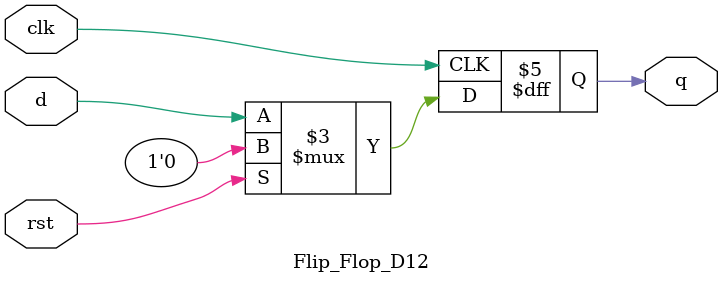
<source format=v>
`timescale 1ns / 1ps
module Flip_Flop_D12(
    input clk,
    input d,
    input rst,
    output reg q
    );

	 always @(posedge clk)
	 if (rst) 
	 q <= 0;
	 else
	 q <= d;


endmodule

</source>
